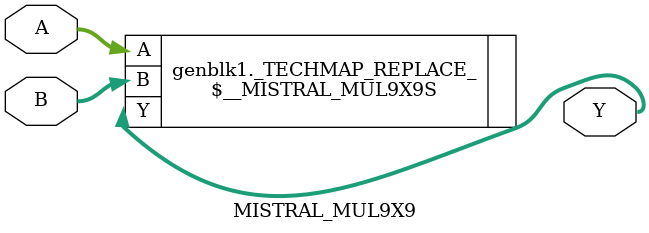
<source format=v>
module MISTRAL_FF(
    input DATAIN, CLK, ACLR, ENA, SCLR, SLOAD, SDATA,
    output reg Q
);

parameter _TECHMAP_CONSTMSK_ACLR_ = 1'b0;

// If the async-clear is constant, we assume it's disabled.
if (_TECHMAP_CONSTMSK_ACLR_ != 1'b0)
    $__MISTRAL_FF_SYNCONLY _TECHMAP_REPLACE_ (.DATAIN(DATAIN), .CLK(CLK), .ENA(ENA), .SCLR(SCLR), .SLOAD(SLOAD), .SDATA(SDATA), .Q(Q));
else
    wire _TECHMAP_FAIL_ = 1;

endmodule

// Map parametrically-signed multipliers to fixed signed/unsigned multipliers.
module MISTRAL_MUL27X27(input [26:0] A, input [26:0] B, output [53:0] Y);

parameter A_SIGNED = 1;
parameter B_SIGNED = 1;

if (A_SIGNED || B_SIGNED)
    $__MISTRAL_MUL27X27S _TECHMAP_REPLACE_ (.A(A), .B(B), .Y(Y));
else
    $__MISTRAL_MUL27X27U _TECHMAP_REPLACE_ (.A(A), .B(B), .Y(Y));

endmodule

module MISTRAL_MUL18X18(input [17:0] A, input [17:0] B, output [35:0] Y);

parameter A_SIGNED = 1;
parameter B_SIGNED = 1;

if (A_SIGNED || B_SIGNED)
    $__MISTRAL_MUL18X18S _TECHMAP_REPLACE_ (.A(A), .B(B), .Y(Y));
else
    $__MISTRAL_MUL18X18U _TECHMAP_REPLACE_ (.A(A), .B(B), .Y(Y));

endmodule

module MISTRAL_MUL9X9(input [8:0] A, input [8:0] B, output [17:0] Y);

parameter A_SIGNED = 1;
parameter B_SIGNED = 1;

if (A_SIGNED || B_SIGNED)
    $__MISTRAL_MUL9X9S _TECHMAP_REPLACE_ (.A(A), .B(B), .Y(Y));
else
    $__MISTRAL_MUL9X9U _TECHMAP_REPLACE_ (.A(A), .B(B), .Y(Y));

endmodule

</source>
